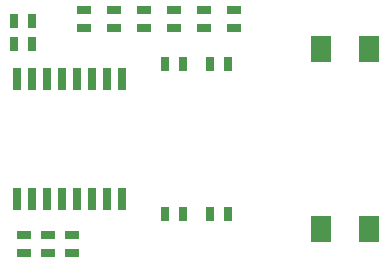
<source format=gtp>
G04 #@! TF.FileFunction,Paste,Top*
%FSLAX46Y46*%
G04 Gerber Fmt 4.6, Leading zero omitted, Abs format (unit mm)*
G04 Created by KiCad (PCBNEW (2015-01-16 BZR 5376)-product) date 25/06/2015 00:13:43*
%MOMM*%
G01*
G04 APERTURE LIST*
%ADD10C,0.150000*%
%ADD11R,0.635000X1.905000*%
%ADD12R,0.635000X1.143000*%
%ADD13R,1.143000X0.635000*%
%ADD14R,1.800860X2.199640*%
%ADD15R,0.750000X1.200000*%
G04 APERTURE END LIST*
D10*
D11*
X90805000Y-64770000D03*
X92075000Y-64770000D03*
X93345000Y-64770000D03*
X94615000Y-64770000D03*
X95885000Y-64770000D03*
X97155000Y-64770000D03*
X98425000Y-64770000D03*
X99695000Y-64770000D03*
X99695000Y-54610000D03*
X98425000Y-54610000D03*
X97155000Y-54610000D03*
X95885000Y-54610000D03*
X94615000Y-54610000D03*
X93345000Y-54610000D03*
X92075000Y-54610000D03*
X90805000Y-54610000D03*
D12*
X107188000Y-66040000D03*
X108712000Y-66040000D03*
X103378000Y-66040000D03*
X104902000Y-66040000D03*
X107188000Y-53340000D03*
X108712000Y-53340000D03*
X103378000Y-53340000D03*
X104902000Y-53340000D03*
D13*
X91440000Y-69342000D03*
X91440000Y-67818000D03*
X93472000Y-69342000D03*
X93472000Y-67818000D03*
X95504000Y-69342000D03*
X95504000Y-67818000D03*
X96520000Y-48768000D03*
X96520000Y-50292000D03*
X99060000Y-48768000D03*
X99060000Y-50292000D03*
X101600000Y-48768000D03*
X101600000Y-50292000D03*
X104140000Y-48768000D03*
X104140000Y-50292000D03*
X106680000Y-48768000D03*
X106680000Y-50292000D03*
X109220000Y-48768000D03*
X109220000Y-50292000D03*
D14*
X116611400Y-67310000D03*
X120624600Y-67310000D03*
X116611400Y-52070000D03*
X120624600Y-52070000D03*
D15*
X92075000Y-51623000D03*
X92075000Y-49723000D03*
X90551000Y-51623000D03*
X90551000Y-49723000D03*
M02*

</source>
